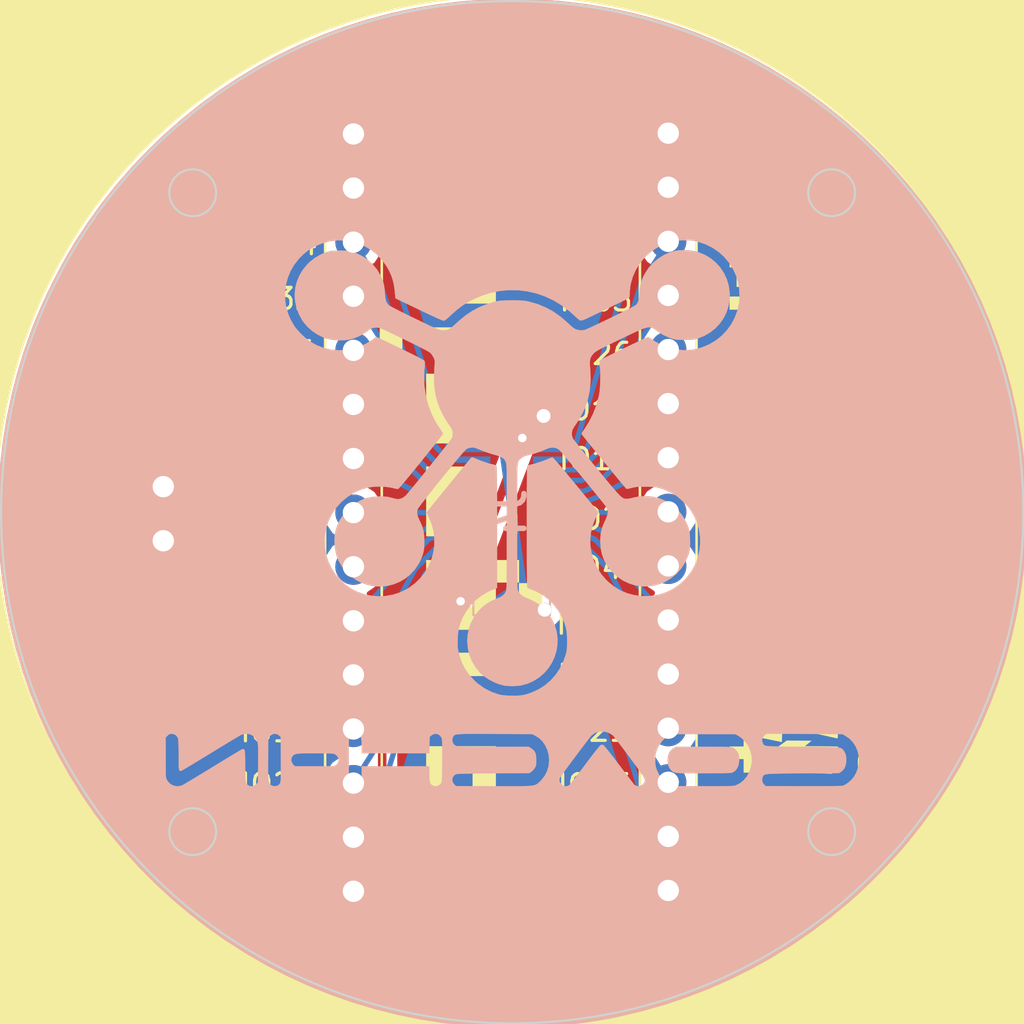
<source format=kicad_pcb>
(kicad_pcb (version 4) (host pcbnew 4.0.7)
  (layers (0 F.Cu signal hide) (31 B.Cu signal hide) (34 B.Paste user) (35 F.Paste user) (36 B.SilkS user) (37 F.SilkS user) (38 B.Mask user) (39 F.Mask user) (44 Edge.Cuts user))
  (net 0 "")
  (net 1 GND)
  (net 2 3V3)
  (net 3 VP)
  (net 4 IO34)
  (net 5 IO32)
  (net 6 IO25)
  (net 7 IO27)
  (net 8 IO12)
  (net 9 IO15)
  (net 10 IO0)
  (net 11 IO16)
  (net 12 IO5)
  (net 13 IO19)
  (net 14 IO22)
  (net 15 RXD0)
  (net 16 VN)
  (net 17 IO35)
  (net 18 IO33)
  (net 19 IO26)
  (net 20 IO14)
  (net 21 IO13)
  (net 22 IO2)
  (net 23 IO4)
  (net 24 IO17)
  (net 25 IO18)
  (net 26 IO21)
  (net 27 IO23)
  (net 28 TXD0)
  (module Pin_Headers:Pin_Header_Straight_1x15_Pitch2.54mm (layer F.Cu) (at 106.49 75.9333)
    (fp_text reference J2 (at 0 -2.33) (layer F.SilkS))
    (fp_text value Conn_01x15)
    (pad 1 thru_hole rect (at 0 0) (size 1.7 1.7) (drill 1) (layers *.Cu *.Mask) (net 1 GND))
    (pad 2 thru_hole oval (at 0 2.54) (size 1.7 1.7) (drill 1) (layers *.Cu *.Mask) (net 3 VP))
    (pad 3 thru_hole oval (at 0 5.08) (size 1.7 1.7) (drill 1) (layers *.Cu *.Mask) (net 4 IO34))
    (pad 4 thru_hole oval (at 0 7.62) (size 1.7 1.7) (drill 1) (layers *.Cu *.Mask) (net 5 IO32))
    (pad 5 thru_hole oval (at 0 10.16) (size 1.7 1.7) (drill 1) (layers *.Cu *.Mask) (net 6 IO25))
    (pad 6 thru_hole oval (at 0 12.7) (size 1.7 1.7) (drill 1) (layers *.Cu *.Mask) (net 7 IO27))
    (pad 7 thru_hole oval (at 0 15.24) (size 1.7 1.7) (drill 1) (layers *.Cu *.Mask) (net 8 IO12))
    (pad 8 thru_hole oval (at 0 17.78) (size 1.7 1.7) (drill 1) (layers *.Cu *.Mask) (net 9 IO15))
    (pad 9 thru_hole oval (at 0 20.32) (size 1.7 1.7) (drill 1) (layers *.Cu *.Mask) (net 10 IO0))
    (pad 10 thru_hole oval (at 0 22.86) (size 1.7 1.7) (drill 1) (layers *.Cu *.Mask) (net 11 IO16))
    (pad 11 thru_hole oval (at 0 25.4) (size 1.7 1.7) (drill 1) (layers *.Cu *.Mask) (net 12 IO5))
    (pad 12 thru_hole oval (at 0 27.94) (size 1.7 1.7) (drill 1) (layers *.Cu *.Mask) (net 13 IO19))
    (pad 13 thru_hole oval (at 0 30.48) (size 1.7 1.7) (drill 1) (layers *.Cu *.Mask) (net 14 IO22))
    (pad 14 thru_hole oval (at 0 33.02) (size 1.7 1.7) (drill 1) (layers *.Cu *.Mask) (net 15 RXD0))
    (pad 15 thru_hole oval (at 0 35.56) (size 1.7 1.7) (drill 1) (layers *.Cu *.Mask) (net 2 3V3))
  )
  (module Pin_Headers:Pin_Header_Straight_1x15_Pitch2.54mm (layer F.Cu) (at 121.272 75.8952)
    (fp_text reference J3 (at 0 -2.33) (layer F.SilkS))
    (fp_text value Conn_01x15)
    (pad 1 thru_hole rect (at 0 0) (size 1.7 1.7) (drill 1) (layers *.Cu *.Mask) (net 2 3V3))
    (pad 2 thru_hole oval (at 0 2.54) (size 1.7 1.7) (drill 1) (layers *.Cu *.Mask) (net 16 VN))
    (pad 3 thru_hole oval (at 0 5.08) (size 1.7 1.7) (drill 1) (layers *.Cu *.Mask) (net 17 IO35))
    (pad 4 thru_hole oval (at 0 7.62) (size 1.7 1.7) (drill 1) (layers *.Cu *.Mask) (net 18 IO33))
    (pad 5 thru_hole oval (at 0 10.16) (size 1.7 1.7) (drill 1) (layers *.Cu *.Mask) (net 19 IO26))
    (pad 6 thru_hole oval (at 0 12.7) (size 1.7 1.7) (drill 1) (layers *.Cu *.Mask) (net 20 IO14))
    (pad 7 thru_hole oval (at 0 15.24) (size 1.7 1.7) (drill 1) (layers *.Cu *.Mask) (net 21 IO13))
    (pad 8 thru_hole oval (at 0 17.78) (size 1.7 1.7) (drill 1) (layers *.Cu *.Mask) (net 22 IO2))
    (pad 9 thru_hole oval (at 0 20.32) (size 1.7 1.7) (drill 1) (layers *.Cu *.Mask) (net 23 IO4))
    (pad 10 thru_hole oval (at 0 22.86) (size 1.7 1.7) (drill 1) (layers *.Cu *.Mask) (net 24 IO17))
    (pad 11 thru_hole oval (at 0 25.4) (size 1.7 1.7) (drill 1) (layers *.Cu *.Mask) (net 25 IO18))
    (pad 12 thru_hole oval (at 0 27.94) (size 1.7 1.7) (drill 1) (layers *.Cu *.Mask) (net 26 IO21))
    (pad 13 thru_hole oval (at 0 30.48) (size 1.7 1.7) (drill 1) (layers *.Cu *.Mask) (net 27 IO23))
    (pad 14 thru_hole oval (at 0 33.02) (size 1.7 1.7) (drill 1) (layers *.Cu *.Mask) (net 28 TXD0))
    (pad 15 thru_hole oval (at 0 35.56) (size 1.7 1.7) (drill 1) (layers *.Cu *.Mask) (net 1 GND))
  )
  (module Pin_Headers:Pin_Header_Straight_1x02_Pitch2.54mm (layer F.Cu) (at 97.5614 92.4941)
    (fp_text reference J1 (at 0 -2.33) (layer F.SilkS))
    (fp_text value Conn_01x02)
    (pad 1 thru_hole rect (at 0 0) (size 1.7 1.7) (drill 1) (layers *.Cu *.Mask) (net 1 GND))
    (pad 2 thru_hole oval (at 0 2.54) (size 1.7 1.7) (drill 1) (layers *.Cu *.Mask) (net 2 3V3))
  )
  (module DF12RES:DF1230DS05V48 (layer B.Cu) (at 113.919 93.726 270)
    (fp_text reference J4 (at 0 0 270) (layer B.SilkS) (effects (font (size 1.27 1.27) (thickness 0.254)) (justify mirror)))
    (fp_text value HEADER hide)
    (pad 32 smd rect (at -5.25 0 270) (size 0.8 1.6) (layers B.Cu B.Paste B.Mask))
    (pad 1 smd rect (at -3.5 -1.8 270) (size 0.3 1.6) (layers B.Cu B.Paste B.Mask) (net 2 3V3))
    (pad 2 smd rect (at -3.5 1.8 270) (size 0.3 1.6) (layers B.Cu B.Paste B.Mask) (net 1 GND))
    (pad 3 smd rect (at -3 -1.8 270) (size 0.3 1.6) (layers B.Cu B.Paste B.Mask) (net 16 VN))
    (pad 4 smd rect (at -3 1.8 270) (size 0.3 1.6) (layers B.Cu B.Paste B.Mask) (net 3 VP))
    (pad 5 smd rect (at -2.5 -1.8 270) (size 0.3 1.6) (layers B.Cu B.Paste B.Mask) (net 17 IO35))
    (pad 6 smd rect (at -2.5 1.8 270) (size 0.3 1.6) (layers B.Cu B.Paste B.Mask) (net 4 IO34))
    (pad 7 smd rect (at -2 -1.8 270) (size 0.3 1.6) (layers B.Cu B.Paste B.Mask) (net 18 IO33))
    (pad 8 smd rect (at -2 1.8 270) (size 0.3 1.6) (layers B.Cu B.Paste B.Mask) (net 5 IO32))
    (pad 9 smd rect (at -1.5 -1.8 270) (size 0.3 1.6) (layers B.Cu B.Paste B.Mask) (net 19 IO26))
    (pad 10 smd rect (at -1.5 1.8 270) (size 0.3 1.6) (layers B.Cu B.Paste B.Mask) (net 6 IO25))
    (pad 11 smd rect (at -1 -1.8 270) (size 0.3 1.6) (layers B.Cu B.Paste B.Mask) (net 20 IO14))
    (pad 12 smd rect (at -1 1.8 270) (size 0.3 1.6) (layers B.Cu B.Paste B.Mask) (net 7 IO27))
    (pad 13 smd rect (at -0.5 -1.8 270) (size 0.3 1.6) (layers B.Cu B.Paste B.Mask) (net 21 IO13))
    (pad 14 smd rect (at -0.5 1.8 270) (size 0.3 1.6) (layers B.Cu B.Paste B.Mask) (net 8 IO12))
    (pad 15 smd rect (at 0 -1.8 270) (size 0.3 1.6) (layers B.Cu B.Paste B.Mask) (net 22 IO2))
    (pad 16 smd rect (at 0 1.8 270) (size 0.3 1.6) (layers B.Cu B.Paste B.Mask) (net 9 IO15))
    (pad 17 smd rect (at 0.5 -1.8 270) (size 0.3 1.6) (layers B.Cu B.Paste B.Mask) (net 23 IO4))
    (pad 18 smd rect (at 0.5 1.8 270) (size 0.3 1.6) (layers B.Cu B.Paste B.Mask) (net 10 IO0))
    (pad 19 smd rect (at 1 -1.8 270) (size 0.3 1.6) (layers B.Cu B.Paste B.Mask) (net 24 IO17))
    (pad 20 smd rect (at 1 1.8 270) (size 0.3 1.6) (layers B.Cu B.Paste B.Mask) (net 11 IO16))
    (pad 21 smd rect (at 1.5 -1.8 270) (size 0.3 1.6) (layers B.Cu B.Paste B.Mask) (net 25 IO18))
    (pad 22 smd rect (at 1.5 1.8 270) (size 0.3 1.6) (layers B.Cu B.Paste B.Mask) (net 12 IO5))
    (pad 23 smd rect (at 2 -1.8 270) (size 0.3 1.6) (layers B.Cu B.Paste B.Mask) (net 26 IO21))
    (pad 24 smd rect (at 2 1.8 270) (size 0.3 1.6) (layers B.Cu B.Paste B.Mask) (net 13 IO19))
    (pad 25 smd rect (at 2.5 -1.8 270) (size 0.3 1.6) (layers B.Cu B.Paste B.Mask) (net 27 IO23))
    (pad 26 smd rect (at 2.5 1.8 270) (size 0.3 1.6) (layers B.Cu B.Paste B.Mask) (net 14 IO22))
    (pad 27 smd rect (at 3 -1.8 270) (size 0.3 1.6) (layers B.Cu B.Paste B.Mask) (net 28 TXD0))
    (pad 28 smd rect (at 3 1.8 270) (size 0.3 1.6) (layers B.Cu B.Paste B.Mask) (net 15 RXD0))
    (pad 29 smd rect (at 3.5 -1.8 270) (size 0.3 1.6) (layers B.Cu B.Paste B.Mask) (net 1 GND))
    (pad 30 smd rect (at 3.5 1.8 270) (size 0.3 1.6) (layers B.Cu B.Paste B.Mask) (net 2 3V3))
    (pad 31 smd rect (at 5.25 0 270) (size 0.8 1.6) (layers B.Cu B.Paste B.Mask))
    (pad 33 thru_hole circle (at 4.55 -1.55 270) (size 0.65 0.65) (drill 0.65) (layers *.Cu *.Mask))
    (pad 34 thru_hole circle (at -4.55 -1.5 270) (size 0.65 0.65) (drill 0.65) (layers *.Cu *.Mask))
  )
  (module GAME:matsu (layer F.Cu) (at 113.8809 93.6117)
    (fp_text reference G*** hide)
    (fp_text value LOGO hide)
  )
  (module GAME:c48 (layer B.Cu) (at 113.9444 93.726 180)
    (fp_text reference G*** hide)
    (fp_text value LOGO hide)
  )
  (module GAME:bongorian (layer F.Cu) (at 111.506 93.7641 90)
    (fp_text reference G*** hide)
    (fp_text value LOGO hide)
  )
  (gr_text GND (at 117.7417 111.6838) (layer F.SilkS) (effects (font (size 1 1))))
  (gr_text TXD0 (at 117.7163 108.9787) (layer F.SilkS) (effects (font (size 1 1))))
  (gr_text IO23 (at 117.7925 106.5149) (layer F.SilkS) (effects (font (size 1 1))))
  (gr_text IO21 (at 117.7417 103.9495) (layer F.SilkS) (effects (font (size 1 1))))
  (gr_text IO18 (at 117.7798 101.3714) (layer F.SilkS) (effects (font (size 1 1))))
  (gr_text IO17 (at 117.729 98.9203) (layer F.SilkS) (effects (font (size 1 1))))
  (gr_text IO4 (at 117.8433 96.3041) (layer F.SilkS) (effects (font (size 1 1))))
  (gr_text IO2 (at 117.8687 94.0054) (layer F.SilkS) (effects (font (size 1 1))))
  (gr_text IO13 (at 117.856 91.1987) (layer F.SilkS) (effects (font (size 1 1))))
  (gr_text IO14 (at 117.8306 88.8619) (layer F.SilkS) (effects (font (size 1 1))))
  (gr_text IO26 (at 117.8941 86.2584) (layer F.SilkS) (effects (font (size 1 1))))
  (gr_text IO33 (at 117.8814 83.7438) (layer F.SilkS) (effects (font (size 1 1))))
  (gr_text IO35 (at 117.8306 81.153) (layer F.SilkS) (effects (font (size 1 1))))
  (gr_text VN (at 118.2243 78.3717) (layer F.SilkS) (effects (font (size 1 1))))
  (gr_text 3V3 (at 118.0338 76.1238) (layer F.SilkS) (effects (font (size 1 1))))
  (gr_text 3V3 (at 102.8446 111.5568) (layer F.SilkS) (effects (font (size 1 1))))
  (gr_text RXD0 (at 102.8573 108.9533) (layer F.SilkS) (effects (font (size 1 1))))
  (gr_text "IO22\n" (at 102.8954 106.4768) (layer F.SilkS) (effects (font (size 1 1))))
  (gr_text "IO19\n" (at 102.8954 103.9749) (layer F.SilkS) (effects (font (size 1 1))))
  (gr_text "IO5\n" (at 102.8573 101.4349) (layer F.SilkS) (effects (font (size 1 1))))
  (gr_text "IO16\n" (at 102.9589 98.9203) (layer F.SilkS) (effects (font (size 1 1))))
  (gr_text IO0 (at 102.9335 96.3422) (layer F.SilkS) (effects (font (size 1 1))))
  (gr_text IO15 (at 102.9208 93.6752) (layer F.SilkS) (effects (font (size 1 1))))
  (gr_text IO12 (at 102.9335 91.2495) (layer F.SilkS) (effects (font (size 1 1))))
  (gr_text IO27 (at 102.9462 88.7349) (layer F.SilkS) (effects (font (size 1 1))))
  (gr_text IO25 (at 102.9462 86.1822) (layer F.SilkS) (effects (font (size 1 1))))
  (gr_text IO32 (at 102.9843 83.6803) (layer F.SilkS) (effects (font (size 1 1))))
  (gr_text IO34 (at 103.0859 81.1022) (layer F.SilkS) (effects (font (size 1 1))))
  (gr_text VP (at 102.8827 78.5368) (layer F.SilkS) (effects (font (size 1 1))))
  (gr_text "GND\n" (at 103.0478 76.0349) (layer F.SilkS) (effects (font (size 1 1))))
  (gr_circle (center 113.9441 93.6931) (end 137.9441 93.6931) (layer Edge.Cuts) (width 0.1))
  (gr_circle (center 128.9441 108.6931) (end 130.0441 108.6931) (layer Edge.Cuts) (width 0.1))
  (gr_circle (center 98.9441 108.6931) (end 100.0441 108.6931) (layer Edge.Cuts) (width 0.1))
  (gr_circle (center 128.9441 78.6931) (end 130.0441 78.6931) (layer Edge.Cuts) (width 0.1))
  (gr_circle (center 98.9441 78.6931) (end 100.0441 78.6931) (layer Edge.Cuts) (width 0.1))
  (segment (start 105.84 76.5833) (end 106.49 75.9333) (width 0.4) (layer B.Cu) (net 1))
  (segment (start 105.84 76.7833) (end 105.84 76.5833) (width 0.4) (layer B.Cu) (net 1))
  (segment (start 105.84 76.8661) (end 105.84 76.7833) (width 0.4) (layer B.Cu) (net 1))
  (segment (start 105.1536 77.9004) (end 105.84 76.8661) (width 0.4) (layer B.Cu) (net 1))
  (segment (start 98.2114 91.5613) (end 105.1536 77.9004) (width 0.4) (layer B.Cu) (net 1))
  (segment (start 98.2114 91.6441) (end 98.2114 91.5613) (width 0.4) (layer B.Cu) (net 1))
  (segment (start 98.2114 91.8441) (end 98.2114 91.6441) (width 0.4) (layer B.Cu) (net 1))
  (segment (start 97.5614 92.4941) (end 98.2114 91.8441) (width 0.4) (layer B.Cu) (net 1))
  (segment (start 112.6189 89.0831) (end 112.9596 89.6759) (width 0.4) (layer B.Cu) (net 1))
  (segment (start 107.8264 77.9004) (end 112.6189 89.0831) (width 0.4) (layer B.Cu) (net 1))
  (segment (start 107.14 76.8661) (end 107.8264 77.9004) (width 0.4) (layer B.Cu) (net 1))
  (segment (start 107.14 76.7833) (end 107.14 76.8661) (width 0.4) (layer B.Cu) (net 1))
  (segment (start 107.14 76.5833) (end 107.14 76.7833) (width 0.4) (layer B.Cu) (net 1))
  (segment (start 106.49 75.9333) (end 107.14 76.5833) (width 0.4) (layer B.Cu) (net 1))
  (segment (start 113.4191 89.9939) (end 114.42 97.0349) (width 0.4) (layer B.Cu) (net 1))
  (segment (start 113.1261 89.7009) (end 113.4191 89.9939) (width 0.4) (layer B.Cu) (net 1))
  (segment (start 113.0847 89.6759) (end 113.1261 89.7009) (width 0.4) (layer B.Cu) (net 1))
  (segment (start 112.9596 89.6759) (end 113.0847 89.6759) (width 0.4) (layer B.Cu) (net 1))
  (segment (start 114.7844 97.201) (end 114.42 97.0349) (width 0.25) (layer B.Cu) (net 1))
  (segment (start 114.919 97.201) (end 114.7844 97.201) (width 0.25) (layer B.Cu) (net 1))
  (segment (start 115.044 97.201) (end 114.919 97.201) (width 0.25) (layer B.Cu) (net 1))
  (segment (start 115.719 97.226) (end 115.044 97.201) (width 0.25) (layer B.Cu) (net 1))
  (segment (start 112.9119 98.0759) (end 114.42 97.0349) (width 0.4) (layer B.Cu) (net 1))
  (segment (start 112.6189 98.3689) (end 112.9119 98.0759) (width 0.4) (layer B.Cu) (net 1))
  (segment (start 112.6189 99.1689) (end 112.6189 98.3689) (width 0.4) (layer B.Cu) (net 1))
  (segment (start 112.6189 99.5831) (end 112.6189 99.1689) (width 0.4) (layer B.Cu) (net 1))
  (segment (start 121.272 111.4552) (end 112.6189 99.5831) (width 0.4) (layer B.Cu) (net 1))
  (segment (start 112.794 90.0242) (end 112.9596 89.6759) (width 0.25) (layer B.Cu) (net 1))
  (segment (start 112.794 90.076) (end 112.794 90.0242) (width 0.25) (layer B.Cu) (net 1))
  (segment (start 112.794 90.201) (end 112.794 90.076) (width 0.25) (layer B.Cu) (net 1))
  (segment (start 112.119 90.226) (end 112.794 90.201) (width 0.25) (layer B.Cu) (net 1))
  (segment (start 114.5838 97.1096) (end 114.4201 97.1099) (width 0.25) (layer B.Cu) (net 1))
  (segment (start 114.5838 97.1096) (end 114.4767 96.9859) (width 0.25) (layer B.Cu) (net 1))
  (segment (start 112.8823 89.8385) (end 112.8846 89.6748) (width 0.25) (layer B.Cu) (net 1))
  (segment (start 112.8823 89.8385) (end 113.0078 89.7334) (width 0.25) (layer B.Cu) (net 1))
  (via (at 111.5225 97.8761) (size 0.6) (layers F.Cu B.Cu) (net 2))
  (via (at 114.4189 90.209) (size 0.6) (layers F.Cu B.Cu) (net 2))
  (segment (start 114.919 90.209) (end 114.4189 90.209) (width 0.25) (layer B.Cu) (net 2))
  (segment (start 115.044 90.209) (end 114.919 90.209) (width 0.25) (layer B.Cu) (net 2))
  (segment (start 115.719 90.226) (end 115.044 90.209) (width 0.25) (layer B.Cu) (net 2))
  (segment (start 111.5225 97.251) (end 112.119 97.226) (width 0.25) (layer B.Cu) (net 2))
  (segment (start 111.5225 97.376) (end 111.5225 97.251) (width 0.25) (layer B.Cu) (net 2))
  (segment (start 111.5225 97.8761) (end 111.5225 97.376) (width 0.25) (layer B.Cu) (net 2))
  (segment (start 107.8264 100.7604) (end 107.6233 100.4766) (width 0.4) (layer F.Cu) (net 2))
  (segment (start 107.8401 100.7935) (end 107.8264 100.7604) (width 0.4) (layer F.Cu) (net 2))
  (segment (start 107.8401 108.4135) (end 107.8401 100.7935) (width 0.4) (layer F.Cu) (net 2))
  (segment (start 107.8401 109.4931) (end 107.8401 108.4135) (width 0.4) (layer F.Cu) (net 2))
  (segment (start 107.8264 109.5262) (end 107.8401 109.4931) (width 0.4) (layer F.Cu) (net 2))
  (segment (start 106.49 111.4933) (end 107.8264 109.5262) (width 0.4) (layer F.Cu) (net 2))
  (segment (start 114.8934 88.9583) (end 114.4189 90.209) (width 0.4) (layer F.Cu) (net 2))
  (segment (start 119.9356 77.8623) (end 114.8934 88.9583) (width 0.4) (layer F.Cu) (net 2))
  (segment (start 120.622 76.828) (end 119.9356 77.8623) (width 0.4) (layer F.Cu) (net 2))
  (segment (start 120.622 76.7452) (end 120.622 76.828) (width 0.4) (layer F.Cu) (net 2))
  (segment (start 120.622 76.5452) (end 120.622 76.7452) (width 0.4) (layer F.Cu) (net 2))
  (segment (start 121.272 75.8952) (end 120.622 76.5452) (width 0.4) (layer F.Cu) (net 2))
  (segment (start 107.0176 100.0648) (end 107.6233 100.4766) (width 0.4) (layer F.Cu) (net 2))
  (segment (start 107.0139 100.0633) (end 107.0176 100.0648) (width 0.4) (layer F.Cu) (net 2))
  (segment (start 105.9661 100.0633) (end 107.0139 100.0633) (width 0.4) (layer F.Cu) (net 2))
  (segment (start 105.9624 100.0618) (end 105.9661 100.0633) (width 0.4) (layer F.Cu) (net 2))
  (segment (start 97.5614 95.0341) (end 105.9624 100.0618) (width 0.4) (layer F.Cu) (net 2))
  (segment (start 114.4189 90.209) (end 111.5225 97.8761) (width 0.4) (layer F.Cu) (net 2))
  (segment (start 111.5225 97.8761) (end 107.6233 100.4766) (width 0.4) (layer F.Cu) (net 2))
  (segment (start 107.7628 80.4828) (end 106.49 78.4733) (width 0.25) (layer B.Cu) (net 3))
  (segment (start 107.7651 80.4884) (end 107.7628 80.4828) (width 0.25) (layer B.Cu) (net 3))
  (segment (start 110.8939 90.4271) (end 107.7651 80.4884) (width 0.25) (layer B.Cu) (net 3))
  (segment (start 111.1429 90.6761) (end 110.8939 90.4271) (width 0.25) (layer B.Cu) (net 3))
  (segment (start 111.1844 90.701) (end 111.1429 90.6761) (width 0.25) (layer B.Cu) (net 3))
  (segment (start 111.319 90.701) (end 111.1844 90.701) (width 0.25) (layer B.Cu) (net 3))
  (segment (start 111.444 90.701) (end 111.319 90.701) (width 0.25) (layer B.Cu) (net 3))
  (segment (start 112.119 90.726) (end 111.444 90.701) (width 0.25) (layer B.Cu) (net 3))
  (segment (start 107.7628 83.0228) (end 106.49 81.0133) (width 0.25) (layer B.Cu) (net 4))
  (segment (start 107.7651 83.0284) (end 107.7628 83.0228) (width 0.25) (layer B.Cu) (net 4))
  (segment (start 110.3438 90.6049) (end 107.7651 83.0284) (width 0.25) (layer B.Cu) (net 4))
  (segment (start 110.369 90.6445) (end 110.3438 90.6049) (width 0.25) (layer B.Cu) (net 4))
  (segment (start 110.9255 91.201) (end 110.369 90.6445) (width 0.25) (layer B.Cu) (net 4))
  (segment (start 111.319 91.201) (end 110.9255 91.201) (width 0.25) (layer B.Cu) (net 4))
  (segment (start 111.444 91.201) (end 111.319 91.201) (width 0.25) (layer B.Cu) (net 4))
  (segment (start 112.119 91.226) (end 111.444 91.201) (width 0.25) (layer B.Cu) (net 4))
  (segment (start 107.7628 85.5628) (end 106.49 83.5533) (width 0.25) (layer B.Cu) (net 5))
  (segment (start 107.7651 85.5684) (end 107.7628 85.5628) (width 0.25) (layer B.Cu) (net 5))
  (segment (start 109.819 90.7706) (end 107.7651 85.5684) (width 0.25) (layer B.Cu) (net 5))
  (segment (start 109.8555 90.8589) (end 109.819 90.7706) (width 0.25) (layer B.Cu) (net 5))
  (segment (start 110.6611 91.6645) (end 109.8555 90.8589) (width 0.25) (layer B.Cu) (net 5))
  (segment (start 110.7494 91.701) (end 110.6611 91.6645) (width 0.25) (layer B.Cu) (net 5))
  (segment (start 111.319 91.701) (end 110.7494 91.701) (width 0.25) (layer B.Cu) (net 5))
  (segment (start 111.444 91.701) (end 111.319 91.701) (width 0.25) (layer B.Cu) (net 5))
  (segment (start 112.119 91.726) (end 111.444 91.701) (width 0.25) (layer B.Cu) (net 5))
  (segment (start 107.7628 88.1028) (end 106.49 86.0933) (width 0.25) (layer B.Cu) (net 6))
  (segment (start 109.3677 91.0598) (end 107.7628 88.1028) (width 0.25) (layer B.Cu) (net 6))
  (segment (start 109.4317 91.1421) (end 109.3677 91.0598) (width 0.25) (layer B.Cu) (net 6))
  (segment (start 110.3779 92.0883) (end 109.4317 91.1421) (width 0.25) (layer B.Cu) (net 6))
  (segment (start 110.6499 92.201) (end 110.3779 92.0883) (width 0.25) (layer B.Cu) (net 6))
  (segment (start 111.319 92.201) (end 110.6499 92.201) (width 0.25) (layer B.Cu) (net 6))
  (segment (start 111.444 92.201) (end 111.319 92.201) (width 0.25) (layer B.Cu) (net 6))
  (segment (start 112.119 92.226) (end 111.444 92.201) (width 0.25) (layer B.Cu) (net 6))
  (segment (start 108.9018 91.3711) (end 106.49 88.6333) (width 0.25) (layer B.Cu) (net 7))
  (segment (start 110.0239 92.4932) (end 108.9018 91.3711) (width 0.25) (layer B.Cu) (net 7))
  (segment (start 110.5256 92.701) (end 110.0239 92.4932) (width 0.25) (layer B.Cu) (net 7))
  (segment (start 111.319 92.701) (end 110.5256 92.701) (width 0.25) (layer B.Cu) (net 7))
  (segment (start 111.444 92.701) (end 111.319 92.701) (width 0.25) (layer B.Cu) (net 7))
  (segment (start 112.119 92.726) (end 111.444 92.701) (width 0.25) (layer B.Cu) (net 7))
  (segment (start 109.7407 92.9171) (end 106.49 91.1733) (width 0.25) (layer B.Cu) (net 8))
  (segment (start 110.4261 93.201) (end 109.7407 92.9171) (width 0.25) (layer B.Cu) (net 8))
  (segment (start 111.319 93.201) (end 110.4261 93.201) (width 0.25) (layer B.Cu) (net 8))
  (segment (start 111.444 93.201) (end 111.319 93.201) (width 0.25) (layer B.Cu) (net 8))
  (segment (start 112.119 93.226) (end 111.444 93.201) (width 0.25) (layer B.Cu) (net 8))
  (segment (start 111.319 93.7133) (end 106.49 93.7133) (width 0.25) (layer B.Cu) (net 9))
  (segment (start 111.444 93.7133) (end 111.319 93.7133) (width 0.25) (layer B.Cu) (net 9))
  (segment (start 112.119 93.726) (end 111.444 93.7133) (width 0.25) (layer B.Cu) (net 9))
  (segment (start 109.7407 94.5349) (end 106.49 96.2533) (width 0.25) (layer B.Cu) (net 10))
  (segment (start 110.4261 94.251) (end 109.7407 94.5349) (width 0.25) (layer B.Cu) (net 10))
  (segment (start 111.319 94.251) (end 110.4261 94.251) (width 0.25) (layer B.Cu) (net 10))
  (segment (start 111.444 94.251) (end 111.319 94.251) (width 0.25) (layer B.Cu) (net 10))
  (segment (start 112.119 94.226) (end 111.444 94.251) (width 0.25) (layer B.Cu) (net 10))
  (segment (start 108.9018 96.0809) (end 106.49 98.7933) (width 0.25) (layer B.Cu) (net 11))
  (segment (start 110.0239 94.9588) (end 108.9018 96.0809) (width 0.25) (layer B.Cu) (net 11))
  (segment (start 110.5256 94.751) (end 110.0239 94.9588) (width 0.25) (layer B.Cu) (net 11))
  (segment (start 111.319 94.751) (end 110.5256 94.751) (width 0.25) (layer B.Cu) (net 11))
  (segment (start 111.444 94.751) (end 111.319 94.751) (width 0.25) (layer B.Cu) (net 11))
  (segment (start 112.119 94.726) (end 111.444 94.751) (width 0.25) (layer B.Cu) (net 11))
  (segment (start 107.7628 99.3238) (end 106.49 101.3333) (width 0.25) (layer B.Cu) (net 12))
  (segment (start 109.3677 96.3922) (end 107.7628 99.3238) (width 0.25) (layer B.Cu) (net 12))
  (segment (start 109.4317 96.3099) (end 109.3677 96.3922) (width 0.25) (layer B.Cu) (net 12))
  (segment (start 110.3779 95.3637) (end 109.4317 96.3099) (width 0.25) (layer B.Cu) (net 12))
  (segment (start 110.6499 95.251) (end 110.3779 95.3637) (width 0.25) (layer B.Cu) (net 12))
  (segment (start 111.319 95.251) (end 110.6499 95.251) (width 0.25) (layer B.Cu) (net 12))
  (segment (start 111.444 95.251) (end 111.319 95.251) (width 0.25) (layer B.Cu) (net 12))
  (segment (start 112.119 95.226) (end 111.444 95.251) (width 0.25) (layer B.Cu) (net 12))
  (segment (start 107.7628 101.8638) (end 106.49 103.8733) (width 0.25) (layer B.Cu) (net 13))
  (segment (start 107.7651 101.8582) (end 107.7628 101.8638) (width 0.25) (layer B.Cu) (net 13))
  (segment (start 109.819 96.6814) (end 107.7651 101.8582) (width 0.25) (layer B.Cu) (net 13))
  (segment (start 109.8555 96.5931) (end 109.819 96.6814) (width 0.25) (layer B.Cu) (net 13))
  (segment (start 110.6611 95.7875) (end 109.8555 96.5931) (width 0.25) (layer B.Cu) (net 13))
  (segment (start 110.7494 95.751) (end 110.6611 95.7875) (width 0.25) (layer B.Cu) (net 13))
  (segment (start 111.319 95.751) (end 110.7494 95.751) (width 0.25) (layer B.Cu) (net 13))
  (segment (start 111.444 95.751) (end 111.319 95.751) (width 0.25) (layer B.Cu) (net 13))
  (segment (start 112.119 95.726) (end 111.444 95.751) (width 0.25) (layer B.Cu) (net 13))
  (segment (start 107.7628 104.4038) (end 106.49 106.4133) (width 0.25) (layer B.Cu) (net 14))
  (segment (start 107.7651 104.3982) (end 107.7628 104.4038) (width 0.25) (layer B.Cu) (net 14))
  (segment (start 110.3438 96.8471) (end 107.7651 104.3982) (width 0.25) (layer B.Cu) (net 14))
  (segment (start 110.369 96.8075) (end 110.3438 96.8471) (width 0.25) (layer B.Cu) (net 14))
  (segment (start 110.9255 96.251) (end 110.369 96.8075) (width 0.25) (layer B.Cu) (net 14))
  (segment (start 111.319 96.251) (end 110.9255 96.251) (width 0.25) (layer B.Cu) (net 14))
  (segment (start 111.444 96.251) (end 111.319 96.251) (width 0.25) (layer B.Cu) (net 14))
  (segment (start 112.119 96.226) (end 111.444 96.251) (width 0.25) (layer B.Cu) (net 14))
  (segment (start 107.7628 106.9438) (end 106.49 108.9533) (width 0.25) (layer B.Cu) (net 15))
  (segment (start 107.7651 106.9382) (end 107.7628 106.9438) (width 0.25) (layer B.Cu) (net 15))
  (segment (start 110.8939 97.0249) (end 107.7651 106.9382) (width 0.25) (layer B.Cu) (net 15))
  (segment (start 111.1429 96.7759) (end 110.8939 97.0249) (width 0.25) (layer B.Cu) (net 15))
  (segment (start 111.1844 96.751) (end 111.1429 96.7759) (width 0.25) (layer B.Cu) (net 15))
  (segment (start 111.319 96.751) (end 111.1844 96.751) (width 0.25) (layer B.Cu) (net 15))
  (segment (start 111.444 96.751) (end 111.319 96.751) (width 0.25) (layer B.Cu) (net 15))
  (segment (start 112.119 96.726) (end 111.444 96.751) (width 0.25) (layer B.Cu) (net 15))
  (segment (start 119.9992 80.4447) (end 121.272 78.4352) (width 0.25) (layer B.Cu) (net 16))
  (segment (start 119.9969 80.4503) (end 119.9992 80.4447) (width 0.25) (layer B.Cu) (net 16))
  (segment (start 116.9441 90.4271) (end 119.9969 80.4503) (width 0.25) (layer B.Cu) (net 16))
  (segment (start 116.6951 90.6761) (end 116.9441 90.4271) (width 0.25) (layer B.Cu) (net 16))
  (segment (start 116.6536 90.701) (end 116.6951 90.6761) (width 0.25) (layer B.Cu) (net 16))
  (segment (start 116.519 90.701) (end 116.6536 90.701) (width 0.25) (layer B.Cu) (net 16))
  (segment (start 116.394 90.701) (end 116.519 90.701) (width 0.25) (layer B.Cu) (net 16))
  (segment (start 115.719 90.726) (end 116.394 90.701) (width 0.25) (layer B.Cu) (net 16))
  (segment (start 119.9992 82.9847) (end 121.272 80.9752) (width 0.25) (layer B.Cu) (net 17))
  (segment (start 119.9969 82.9903) (end 119.9992 82.9847) (width 0.25) (layer B.Cu) (net 17))
  (segment (start 117.4942 90.6049) (end 119.9969 82.9903) (width 0.25) (layer B.Cu) (net 17))
  (segment (start 117.469 90.6445) (end 117.4942 90.6049) (width 0.25) (layer B.Cu) (net 17))
  (segment (start 116.9125 91.201) (end 117.469 90.6445) (width 0.25) (layer B.Cu) (net 17))
  (segment (start 116.519 91.201) (end 116.9125 91.201) (width 0.25) (layer B.Cu) (net 17))
  (segment (start 116.394 91.201) (end 116.519 91.201) (width 0.25) (layer B.Cu) (net 17))
  (segment (start 115.719 91.226) (end 116.394 91.201) (width 0.25) (layer B.Cu) (net 17))
  (segment (start 119.9992 85.5247) (end 121.272 83.5152) (width 0.25) (layer B.Cu) (net 18))
  (segment (start 119.9969 85.5303) (end 119.9992 85.5247) (width 0.25) (layer B.Cu) (net 18))
  (segment (start 118.019 90.7706) (end 119.9969 85.5303) (width 0.25) (layer B.Cu) (net 18))
  (segment (start 117.9825 90.8589) (end 118.019 90.7706) (width 0.25) (layer B.Cu) (net 18))
  (segment (start 117.1769 91.6645) (end 117.9825 90.8589) (width 0.25) (layer B.Cu) (net 18))
  (segment (start 117.0886 91.701) (end 117.1769 91.6645) (width 0.25) (layer B.Cu) (net 18))
  (segment (start 116.519 91.701) (end 117.0886 91.701) (width 0.25) (layer B.Cu) (net 18))
  (segment (start 116.394 91.701) (end 116.519 91.701) (width 0.25) (layer B.Cu) (net 18))
  (segment (start 115.719 91.726) (end 116.394 91.701) (width 0.25) (layer B.Cu) (net 18))
  (segment (start 119.9992 88.0647) (end 121.272 86.0552) (width 0.25) (layer B.Cu) (net 19))
  (segment (start 118.4703 91.0598) (end 119.9992 88.0647) (width 0.25) (layer B.Cu) (net 19))
  (segment (start 118.4063 91.1421) (end 118.4703 91.0598) (width 0.25) (layer B.Cu) (net 19))
  (segment (start 117.4601 92.0883) (end 118.4063 91.1421) (width 0.25) (layer B.Cu) (net 19))
  (segment (start 117.1881 92.201) (end 117.4601 92.0883) (width 0.25) (layer B.Cu) (net 19))
  (segment (start 116.519 92.201) (end 117.1881 92.201) (width 0.25) (layer B.Cu) (net 19))
  (segment (start 116.394 92.201) (end 116.519 92.201) (width 0.25) (layer B.Cu) (net 19))
  (segment (start 115.719 92.226) (end 116.394 92.201) (width 0.25) (layer B.Cu) (net 19))
  (segment (start 118.9362 91.3711) (end 121.272 88.5952) (width 0.25) (layer B.Cu) (net 20))
  (segment (start 117.8141 92.4932) (end 118.9362 91.3711) (width 0.25) (layer B.Cu) (net 20))
  (segment (start 117.3124 92.701) (end 117.8141 92.4932) (width 0.25) (layer B.Cu) (net 20))
  (segment (start 116.519 92.701) (end 117.3124 92.701) (width 0.25) (layer B.Cu) (net 20))
  (segment (start 116.394 92.701) (end 116.519 92.701) (width 0.25) (layer B.Cu) (net 20))
  (segment (start 115.719 92.726) (end 116.394 92.701) (width 0.25) (layer B.Cu) (net 20))
  (segment (start 118.0973 92.9171) (end 121.272 91.1352) (width 0.25) (layer B.Cu) (net 21))
  (segment (start 117.4119 93.201) (end 118.0973 92.9171) (width 0.25) (layer B.Cu) (net 21))
  (segment (start 116.519 93.201) (end 117.4119 93.201) (width 0.25) (layer B.Cu) (net 21))
  (segment (start 116.394 93.201) (end 116.519 93.201) (width 0.25) (layer B.Cu) (net 21))
  (segment (start 115.719 93.226) (end 116.394 93.201) (width 0.25) (layer B.Cu) (net 21))
  (segment (start 117.1533 93.701) (end 121.272 93.6752) (width 0.25) (layer B.Cu) (net 22))
  (segment (start 116.519 93.701) (end 117.1533 93.701) (width 0.25) (layer B.Cu) (net 22))
  (segment (start 116.394 93.701) (end 116.519 93.701) (width 0.25) (layer B.Cu) (net 22))
  (segment (start 115.719 93.726) (end 116.394 93.701) (width 0.25) (layer B.Cu) (net 22))
  (segment (start 118.0973 94.5349) (end 121.272 96.2152) (width 0.25) (layer B.Cu) (net 23))
  (segment (start 117.4119 94.251) (end 118.0973 94.5349) (width 0.25) (layer B.Cu) (net 23))
  (segment (start 116.519 94.251) (end 117.4119 94.251) (width 0.25) (layer B.Cu) (net 23))
  (segment (start 116.394 94.251) (end 116.519 94.251) (width 0.25) (layer B.Cu) (net 23))
  (segment (start 115.719 94.226) (end 116.394 94.251) (width 0.25) (layer B.Cu) (net 23))
  (segment (start 118.9362 96.0809) (end 121.272 98.7552) (width 0.25) (layer B.Cu) (net 24))
  (segment (start 117.8141 94.9588) (end 118.9362 96.0809) (width 0.25) (layer B.Cu) (net 24))
  (segment (start 117.3124 94.751) (end 117.8141 94.9588) (width 0.25) (layer B.Cu) (net 24))
  (segment (start 116.519 94.751) (end 117.3124 94.751) (width 0.25) (layer B.Cu) (net 24))
  (segment (start 116.394 94.751) (end 116.519 94.751) (width 0.25) (layer B.Cu) (net 24))
  (segment (start 115.719 94.726) (end 116.394 94.751) (width 0.25) (layer B.Cu) (net 24))
  (segment (start 119.9992 99.2857) (end 121.272 101.2952) (width 0.25) (layer B.Cu) (net 25))
  (segment (start 118.4703 96.3922) (end 119.9992 99.2857) (width 0.25) (layer B.Cu) (net 25))
  (segment (start 118.4063 96.3099) (end 118.4703 96.3922) (width 0.25) (layer B.Cu) (net 25))
  (segment (start 117.4601 95.3637) (end 118.4063 96.3099) (width 0.25) (layer B.Cu) (net 25))
  (segment (start 117.1881 95.251) (end 117.4601 95.3637) (width 0.25) (layer B.Cu) (net 25))
  (segment (start 116.519 95.251) (end 117.1881 95.251) (width 0.25) (layer B.Cu) (net 25))
  (segment (start 116.394 95.251) (end 116.519 95.251) (width 0.25) (layer B.Cu) (net 25))
  (segment (start 115.719 95.226) (end 116.394 95.251) (width 0.25) (layer B.Cu) (net 25))
  (segment (start 119.9992 101.8257) (end 121.272 103.8352) (width 0.25) (layer B.Cu) (net 26))
  (segment (start 119.9969 101.8201) (end 119.9992 101.8257) (width 0.25) (layer B.Cu) (net 26))
  (segment (start 118.019 96.6814) (end 119.9969 101.8201) (width 0.25) (layer B.Cu) (net 26))
  (segment (start 117.9825 96.5931) (end 118.019 96.6814) (width 0.25) (layer B.Cu) (net 26))
  (segment (start 117.1769 95.7875) (end 117.9825 96.5931) (width 0.25) (layer B.Cu) (net 26))
  (segment (start 117.0886 95.751) (end 117.1769 95.7875) (width 0.25) (layer B.Cu) (net 26))
  (segment (start 116.519 95.751) (end 117.0886 95.751) (width 0.25) (layer B.Cu) (net 26))
  (segment (start 116.394 95.751) (end 116.519 95.751) (width 0.25) (layer B.Cu) (net 26))
  (segment (start 115.719 95.726) (end 116.394 95.751) (width 0.25) (layer B.Cu) (net 26))
  (segment (start 119.9992 104.3657) (end 121.272 106.3752) (width 0.25) (layer B.Cu) (net 27))
  (segment (start 119.9969 104.3601) (end 119.9992 104.3657) (width 0.25) (layer B.Cu) (net 27))
  (segment (start 117.4942 96.8471) (end 119.9969 104.3601) (width 0.25) (layer B.Cu) (net 27))
  (segment (start 117.469 96.8075) (end 117.4942 96.8471) (width 0.25) (layer B.Cu) (net 27))
  (segment (start 116.9125 96.251) (end 117.469 96.8075) (width 0.25) (layer B.Cu) (net 27))
  (segment (start 116.519 96.251) (end 116.9125 96.251) (width 0.25) (layer B.Cu) (net 27))
  (segment (start 116.394 96.251) (end 116.519 96.251) (width 0.25) (layer B.Cu) (net 27))
  (segment (start 115.719 96.226) (end 116.394 96.251) (width 0.25) (layer B.Cu) (net 27))
  (segment (start 119.9992 106.9057) (end 121.272 108.9152) (width 0.25) (layer B.Cu) (net 28))
  (segment (start 119.9969 106.9001) (end 119.9992 106.9057) (width 0.25) (layer B.Cu) (net 28))
  (segment (start 116.9441 97.0249) (end 119.9969 106.9001) (width 0.25) (layer B.Cu) (net 28))
  (segment (start 116.6951 96.7759) (end 116.9441 97.0249) (width 0.25) (layer B.Cu) (net 28))
  (segment (start 116.6536 96.751) (end 116.6951 96.7759) (width 0.25) (layer B.Cu) (net 28))
  (segment (start 116.519 96.751) (end 116.6536 96.751) (width 0.25) (layer B.Cu) (net 28))
  (segment (start 116.394 96.751) (end 116.519 96.751) (width 0.25) (layer B.Cu) (net 28))
  (segment (start 115.719 96.726) (end 116.394 96.751) (width 0.25) (layer B.Cu) (net 28))
  (zone (net 1) (net_name GND) (layer F.Cu) (connect_pads (clearance 0.508)) (min_thickness 0.254) (fill yes (arc_segments 16) (thermal_gap 0.508) (thermal_bridge_width 0.508))
    (polygon (pts (xy 85.6996 61.0743) (xy 87.6554 130.5941) (xy 169.2656 126.5936) (xy 147.0406 40.894) (xy 112.9919 45.339)))
  )
  (zone (net 1) (net_name GND) (layer B.Cu) (connect_pads (clearance 0.508)) (min_thickness 0.254) (fill yes (arc_segments 16) (thermal_gap 0.508) (thermal_bridge_width 0.508))
    (polygon (pts (xy 90.1446 52.1843) (xy 76.9874 132.1943) (xy 173.9773 132.4864) (xy 157.8737 48.9712) (xy 92.2147 46.4312)))
  )
)
</source>
